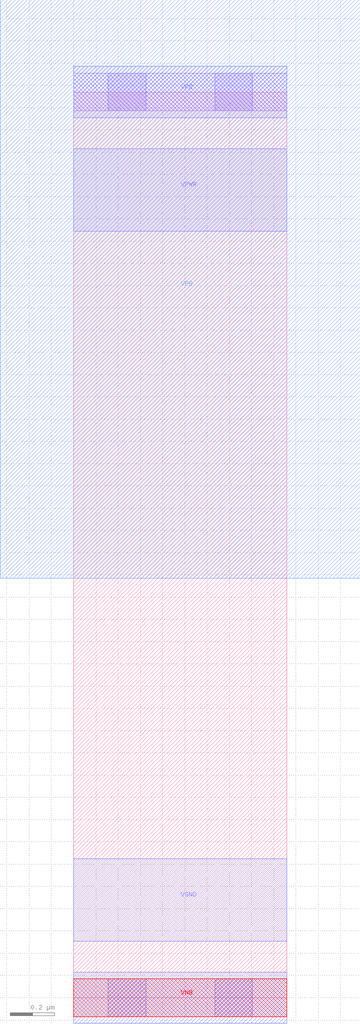
<source format=lef>
# Copyright 2020 The SkyWater PDK Authors
#
# Licensed under the Apache License, Version 2.0 (the "License");
# you may not use this file except in compliance with the License.
# You may obtain a copy of the License at
#
#     https://www.apache.org/licenses/LICENSE-2.0
#
# Unless required by applicable law or agreed to in writing, software
# distributed under the License is distributed on an "AS IS" BASIS,
# WITHOUT WARRANTIES OR CONDITIONS OF ANY KIND, either express or implied.
# See the License for the specific language governing permissions and
# limitations under the License.
#
# SPDX-License-Identifier: Apache-2.0

VERSION 5.7 ;
  NOWIREEXTENSIONATPIN ON ;
  DIVIDERCHAR "/" ;
  BUSBITCHARS "[]" ;
MACRO sky130_fd_sc_hvl__fill_2
  CLASS CORE SPACER ;
  FOREIGN sky130_fd_sc_hvl__fill_2 ;
  ORIGIN  0.000000  0.000000 ;
  SIZE  0.960000 BY  4.070000 ;
  SYMMETRY X Y ;
  SITE unithv ;
  PIN VGND
    DIRECTION INOUT ;
    USE GROUND ;
    PORT
      LAYER met1 ;
        RECT 0.000000 0.255000 0.960000 0.625000 ;
    END
  END VGND
  PIN VNB
    DIRECTION INOUT ;
    USE GROUND ;
    PORT
      LAYER met1 ;
        RECT 0.000000 -0.115000 0.960000 0.115000 ;
      LAYER pwell ;
        RECT 0.000000 -0.085000 0.960000 0.085000 ;
    END
  END VNB
  PIN VPB
    DIRECTION INOUT ;
    USE POWER ;
    PORT
      LAYER met1 ;
        RECT 0.000000 3.955000 0.960000 4.185000 ;
      LAYER nwell ;
        RECT -0.330000 1.885000 1.290000 4.485000 ;
    END
  END VPB
  PIN VPWR
    DIRECTION INOUT ;
    USE POWER ;
    PORT
      LAYER met1 ;
        RECT 0.000000 3.445000 0.960000 3.815000 ;
    END
  END VPWR
  OBS
    LAYER li1 ;
      RECT 0.000000 -0.085000 0.960000 0.085000 ;
      RECT 0.000000  3.985000 0.960000 4.155000 ;
    LAYER mcon ;
      RECT 0.155000 -0.085000 0.325000 0.085000 ;
      RECT 0.155000  3.985000 0.325000 4.155000 ;
      RECT 0.635000 -0.085000 0.805000 0.085000 ;
      RECT 0.635000  3.985000 0.805000 4.155000 ;
  END
END sky130_fd_sc_hvl__fill_2
END LIBRARY

</source>
